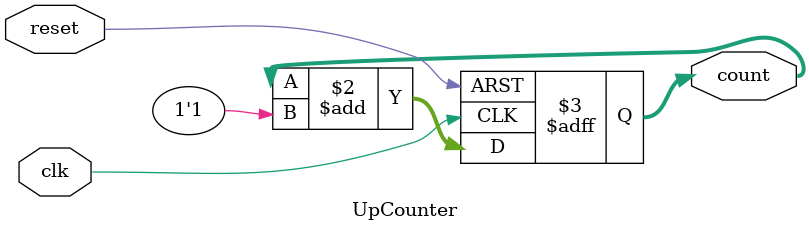
<source format=v>
module UpCounter(input clk, reset, output reg [3:0] count);
  always @(posedge clk or posedge reset) begin
    if (reset)
      count <= 4'b0;
    else
      count <= count + 1'b1;
  end
endmodule

</source>
